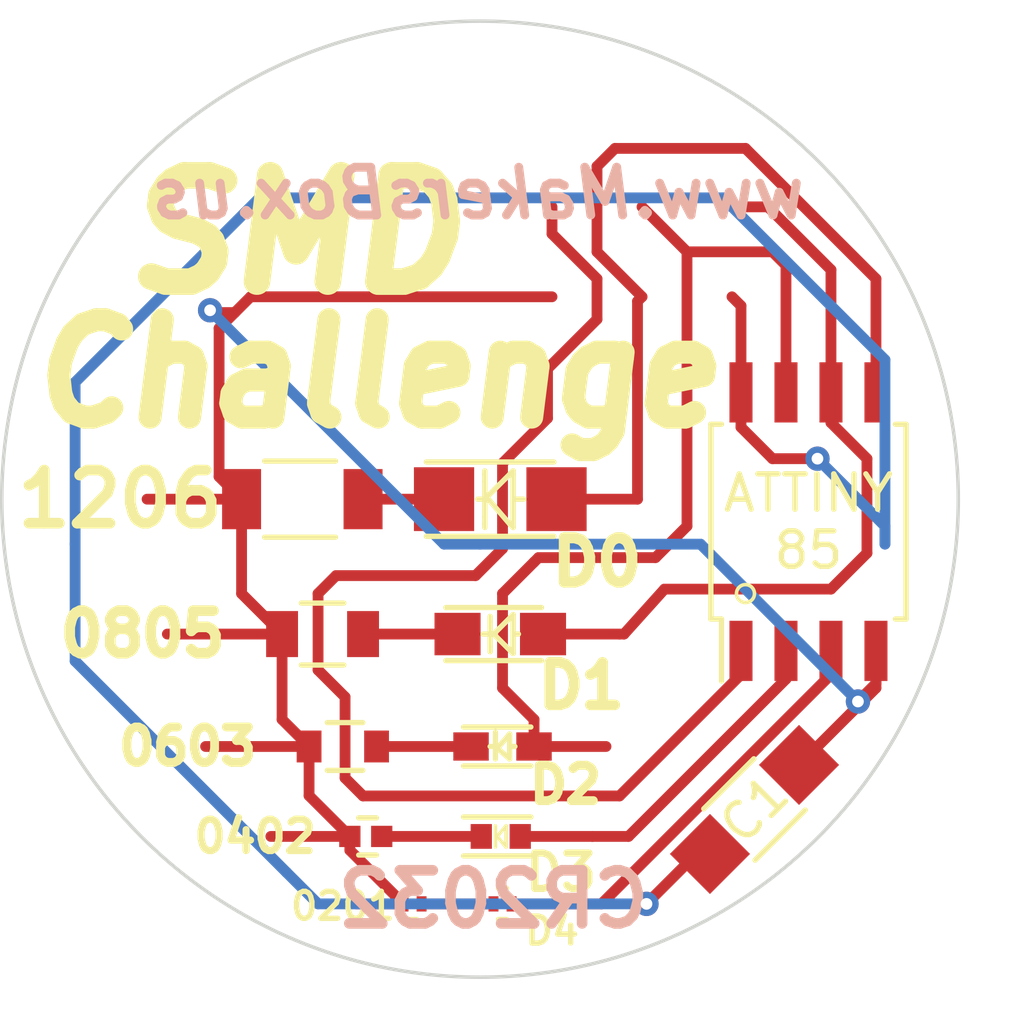
<source format=kicad_pcb>
(kicad_pcb (version 4) (host pcbnew 4.0.4-stable)

  (general
    (links 17)
    (no_connects 0)
    (area 194.094714 77.977999 223.012001 106.807001)
    (thickness 1.6)
    (drawings 17)
    (tracks 115)
    (zones 0)
    (modules 12)
    (nets 14)
  )

  (page USLetter)
  (layers
    (0 F.Cu signal)
    (31 B.Cu signal)
    (34 B.Paste user)
    (35 F.Paste user)
    (36 B.SilkS user hide)
    (37 F.SilkS user)
    (38 B.Mask user)
    (39 F.Mask user)
    (40 Dwgs.User user)
    (44 Edge.Cuts user)
  )

  (setup
    (last_trace_width 0.1524)
    (user_trace_width 0.254)
    (user_trace_width 0.3048)
    (user_trace_width 0.4064)
    (user_trace_width 0.6096)
    (user_trace_width 2.032)
    (trace_clearance 0.1524)
    (zone_clearance 0.508)
    (zone_45_only no)
    (trace_min 0.1524)
    (segment_width 0.254)
    (edge_width 0.1)
    (via_size 0.6858)
    (via_drill 0.3302)
    (via_min_size 0.6858)
    (via_min_drill 0.3302)
    (user_via 1 0.5)
    (uvia_size 0.762)
    (uvia_drill 0.508)
    (uvias_allowed no)
    (uvia_min_size 0.508)
    (uvia_min_drill 0.127)
    (pcb_text_width 0.3)
    (pcb_text_size 1.5 1.5)
    (mod_edge_width 0.15)
    (mod_text_size 1 1)
    (mod_text_width 0.15)
    (pad_size 0.762 1.1)
    (pad_drill 0)
    (pad_to_mask_clearance 0)
    (aux_axis_origin 0 0)
    (grid_origin 210.82 95.25)
    (visible_elements 7FFEFFFF)
    (pcbplotparams
      (layerselection 0x00080_00000000)
      (usegerberextensions true)
      (excludeedgelayer true)
      (linewidth 0.100000)
      (plotframeref false)
      (viasonmask false)
      (mode 1)
      (useauxorigin false)
      (hpglpennumber 1)
      (hpglpenspeed 20)
      (hpglpendiameter 15)
      (hpglpenoverlay 2)
      (psnegative false)
      (psa4output false)
      (plotreference true)
      (plotvalue true)
      (plotinvisibletext false)
      (padsonsilk false)
      (subtractmaskfromsilk false)
      (outputformat 1)
      (mirror false)
      (drillshape 0)
      (scaleselection 1)
      (outputdirectory gerbers/))
  )

  (net 0 "")
  (net 1 GND)
  (net 2 +BATT)
  (net 3 "Net-(CON1-Pad1)")
  (net 4 "Net-(CON1-Pad3)")
  (net 5 "Net-(CON1-Pad4)")
  (net 6 "Net-(CON1-Pad5)")
  (net 7 "Net-(D1-Pad1)")
  (net 8 "Net-(D2-Pad1)")
  (net 9 "Net-(D3-Pad1)")
  (net 10 "Net-(D0-Pad1)")
  (net 11 "Net-(D3-Pad2)")
  (net 12 "Net-(D4-Pad2)")
  (net 13 "Net-(D4-Pad1)")

  (net_class Default "This is the default net class."
    (clearance 0.1524)
    (trace_width 0.1524)
    (via_dia 0.6858)
    (via_drill 0.3302)
    (uvia_dia 0.762)
    (uvia_drill 0.508)
    (add_net +BATT)
    (add_net GND)
    (add_net "Net-(CON1-Pad1)")
    (add_net "Net-(CON1-Pad3)")
    (add_net "Net-(CON1-Pad4)")
    (add_net "Net-(CON1-Pad5)")
    (add_net "Net-(D0-Pad1)")
    (add_net "Net-(D1-Pad1)")
    (add_net "Net-(D2-Pad1)")
    (add_net "Net-(D3-Pad1)")
    (add_net "Net-(D3-Pad2)")
    (add_net "Net-(D4-Pad1)")
    (add_net "Net-(D4-Pad2)")
  )

  (module Capacitors_SMD:C_1206_HandSoldering (layer F.Cu) (tedit 5902BDF4) (tstamp 58D337DE)
    (at 215.392 100.838 225)
    (descr "Capacitor SMD 1206, hand soldering")
    (tags "capacitor 1206")
    (path /553FDF53)
    (attr smd)
    (fp_text reference C1 (at 0 0 225) (layer F.SilkS)
      (effects (font (size 1 1) (thickness 0.15)))
    )
    (fp_text value "0.1 uF" (at 0 2.3 225) (layer F.Fab)
      (effects (font (size 1 1) (thickness 0.15)))
    )
    (fp_line (start -3.3 -1.15) (end 3.3 -1.15) (layer F.CrtYd) (width 0.05))
    (fp_line (start -3.3 1.15) (end 3.3 1.15) (layer F.CrtYd) (width 0.05))
    (fp_line (start -3.3 -1.15) (end -3.3 1.15) (layer F.CrtYd) (width 0.05))
    (fp_line (start 3.3 -1.15) (end 3.3 1.15) (layer F.CrtYd) (width 0.05))
    (fp_line (start 1 -1.025) (end -1 -1.025) (layer F.SilkS) (width 0.15))
    (fp_line (start -1 1.025) (end 1 1.025) (layer F.SilkS) (width 0.15))
    (pad 1 smd rect (at -1.778 0 225) (size 1.6 1.6) (layers F.Cu F.Paste F.Mask)
      (net 1 GND))
    (pad 2 smd rect (at 1.778 0 225) (size 1.6 1.6) (layers F.Cu F.Paste F.Mask)
      (net 2 +BATT))
    (model Capacitors_SMD.3dshapes/C_1206_HandSoldering.wrl
      (at (xyz 0 0 0))
      (scale (xyz 1 1 1))
      (rotate (xyz 0 0 0))
    )
  )

  (module Housings_SOIC:SOIJ-8_5.3x5.3mm_Pitch1.27mm (layer F.Cu) (tedit 5902B706) (tstamp 58DF2780)
    (at 216.916 92.71 90)
    (descr "8-Lead Plastic Small Outline (SM) - Medium, 5.28 mm Body [SOIC] (see Microchip Packaging Specification 00000049BS.pdf)")
    (tags "SOIC 1.27")
    (path /58C478D3)
    (attr smd)
    (fp_text reference IC1 (at -1.27 2.159 90) (layer F.SilkS) hide
      (effects (font (size 1 1) (thickness 0.15)))
    )
    (fp_text value ATTINY85-S (at 0 3.68 90) (layer F.Fab)
      (effects (font (size 1 1) (thickness 0.15)))
    )
    (fp_circle (center -2.032 -1.778) (end -2.286 -1.778) (layer F.SilkS) (width 0.1))
    (fp_line (start -4.75 -2.95) (end -4.75 2.95) (layer F.CrtYd) (width 0.05))
    (fp_line (start 4.75 -2.95) (end 4.75 2.95) (layer F.CrtYd) (width 0.05))
    (fp_line (start -4.75 -2.95) (end 4.75 -2.95) (layer F.CrtYd) (width 0.05))
    (fp_line (start -4.75 2.95) (end 4.75 2.95) (layer F.CrtYd) (width 0.05))
    (fp_line (start -2.75 -2.755) (end -2.75 -2.455) (layer F.SilkS) (width 0.15))
    (fp_line (start 2.75 -2.755) (end 2.75 -2.455) (layer F.SilkS) (width 0.15))
    (fp_line (start 2.75 2.755) (end 2.75 2.455) (layer F.SilkS) (width 0.15))
    (fp_line (start -2.75 2.755) (end -2.75 2.455) (layer F.SilkS) (width 0.15))
    (fp_line (start -2.75 -2.755) (end 2.75 -2.755) (layer F.SilkS) (width 0.15))
    (fp_line (start -2.75 2.755) (end 2.75 2.755) (layer F.SilkS) (width 0.15))
    (fp_line (start -2.75 -2.455) (end -4.5 -2.455) (layer F.SilkS) (width 0.15))
    (pad 1 smd rect (at -3.65 -1.905 90) (size 1.7 0.65) (layers F.Cu F.Paste F.Mask)
      (net 6 "Net-(CON1-Pad5)"))
    (pad 2 smd rect (at -3.65 -0.635 90) (size 1.7 0.65) (layers F.Cu F.Paste F.Mask)
      (net 11 "Net-(D3-Pad2)"))
    (pad 3 smd rect (at -3.65 0.635 90) (size 1.7 0.65) (layers F.Cu F.Paste F.Mask)
      (net 12 "Net-(D4-Pad2)"))
    (pad 4 smd rect (at -3.65 1.905 90) (size 1.7 0.65) (layers F.Cu F.Paste F.Mask)
      (net 1 GND))
    (pad 5 smd rect (at 3.65 1.905 90) (size 1.7 0.65) (layers F.Cu F.Paste F.Mask)
      (net 5 "Net-(CON1-Pad4)"))
    (pad 6 smd rect (at 3.65 0.635 90) (size 1.7 0.65) (layers F.Cu F.Paste F.Mask)
      (net 3 "Net-(CON1-Pad1)"))
    (pad 7 smd rect (at 3.65 -0.635 90) (size 1.7 0.65) (layers F.Cu F.Paste F.Mask)
      (net 4 "Net-(CON1-Pad3)"))
    (pad 8 smd rect (at 3.65 -1.905 90) (size 1.7 0.65) (layers F.Cu F.Paste F.Mask)
      (net 2 +BATT))
    (model Housings_SOIC.3dshapes/SOIJ-8_5.3x5.3mm_Pitch1.27mm.wrl
      (at (xyz 0 0 0))
      (scale (xyz 1 1 1))
      (rotate (xyz 0 0 0))
    )
  )

  (module LEDs:LED-0603 (layer F.Cu) (tedit 5902C13E) (tstamp 58D33EFB)
    (at 208.28 101.6)
    (descr "LED 0603 smd package")
    (tags "LED led 0603 SMD smd SMT smt smdled SMDLED smtled SMTLED")
    (path /58D34030)
    (attr smd)
    (fp_text reference D3 (at 1.651 1.016) (layer F.SilkS)
      (effects (font (size 1 1) (thickness 0.2)))
    )
    (fp_text value LED (at 0 1.5) (layer F.Fab)
      (effects (font (size 1 1) (thickness 0.15)))
    )
    (fp_line (start -0.15 0) (end 0.1 -0.3) (layer F.SilkS) (width 0.1))
    (fp_line (start 0.1 -0.3) (end 0.1 0.3) (layer F.SilkS) (width 0.1))
    (fp_line (start 0.1 0.3) (end -0.15 0) (layer F.SilkS) (width 0.1))
    (fp_line (start -0.2 -0.3) (end -0.2 0.3) (layer F.SilkS) (width 0.1))
    (fp_line (start -1.1 0.55) (end 0.8 0.55) (layer F.SilkS) (width 0.15))
    (fp_line (start -1.1 -0.55) (end 0.8 -0.55) (layer F.SilkS) (width 0.15))
    (fp_line (start 1.4 -0.75) (end 1.4 0.75) (layer F.CrtYd) (width 0.05))
    (fp_line (start 1.4 0.75) (end -1.4 0.75) (layer F.CrtYd) (width 0.05))
    (fp_line (start -1.4 0.75) (end -1.4 -0.75) (layer F.CrtYd) (width 0.05))
    (fp_line (start -1.4 -0.75) (end 1.4 -0.75) (layer F.CrtYd) (width 0.05))
    (pad 2 smd rect (at 0.5 0 180) (size 0.6 0.7) (layers F.Cu F.Paste F.Mask)
      (net 11 "Net-(D3-Pad2)"))
    (pad 1 smd rect (at -0.6 0 180) (size 0.6 0.7) (layers F.Cu F.Paste F.Mask)
      (net 9 "Net-(D3-Pad1)"))
    (model LEDs.3dshapes/LED_0402.wrl
      (at (xyz 0 0 0))
      (scale (xyz 1 1 1))
      (rotate (xyz 0 0 0))
    )
  )

  (module Resistors_SMD:R_0402 (layer F.Cu) (tedit 58DFDC4A) (tstamp 58D349A9)
    (at 204.47 101.6 180)
    (descr "Resistor SMD 0402, reflow soldering, Vishay (see dcrcw.pdf)")
    (tags "resistor 0402")
    (path /58D3406E)
    (attr smd)
    (fp_text reference R3 (at 0 0 180) (layer Dwgs.User) hide
      (effects (font (size 1 1) (thickness 0.15)))
    )
    (fp_text value 330 (at 0 1.8 180) (layer F.Fab)
      (effects (font (size 1 1) (thickness 0.15)))
    )
    (fp_line (start -0.95 -0.65) (end 0.95 -0.65) (layer F.CrtYd) (width 0.05))
    (fp_line (start -0.95 0.65) (end 0.95 0.65) (layer F.CrtYd) (width 0.05))
    (fp_line (start -0.95 -0.65) (end -0.95 0.65) (layer F.CrtYd) (width 0.05))
    (fp_line (start 0.95 -0.65) (end 0.95 0.65) (layer F.CrtYd) (width 0.05))
    (fp_line (start 0.25 -0.525) (end -0.25 -0.525) (layer F.SilkS) (width 0.15))
    (fp_line (start -0.25 0.525) (end 0.25 0.525) (layer F.SilkS) (width 0.15))
    (pad 1 smd rect (at -0.4 0 180) (size 0.6 0.6) (layers F.Cu F.Paste F.Mask)
      (net 9 "Net-(D3-Pad1)"))
    (pad 2 smd rect (at 0.5 0 180) (size 0.6 0.6) (layers F.Cu F.Paste F.Mask)
      (net 1 GND))
    (model Resistors_SMD.3dshapes/R_0402.wrl
      (at (xyz 0 0 0))
      (scale (xyz 1 1 1))
      (rotate (xyz 0 0 0))
    )
  )

  (module LEDs:LED-0603 (layer F.Cu) (tedit 5902C124) (tstamp 58D337F0)
    (at 208.28 99.06)
    (descr "LED 0603 smd package")
    (tags "LED led 0603 SMD smd SMT smt smdled SMDLED smtled SMTLED")
    (path /58D33940)
    (attr smd)
    (fp_text reference D2 (at 1.778 1.0795) (layer F.SilkS)
      (effects (font (size 1 1) (thickness 0.25)))
    )
    (fp_text value LED (at 0 1.5) (layer F.Fab)
      (effects (font (size 1 1) (thickness 0.15)))
    )
    (fp_line (start 0.2 0) (end 0.35 0) (layer F.SilkS) (width 0.15))
    (fp_line (start -0.35 0) (end -0.15 0) (layer F.SilkS) (width 0.15))
    (fp_line (start -0.1 0) (end 0.2 -0.35) (layer F.SilkS) (width 0.15))
    (fp_line (start 0.2 -0.35) (end 0.2 0.35) (layer F.SilkS) (width 0.15))
    (fp_line (start 0.2 0.35) (end -0.2 0) (layer F.SilkS) (width 0.15))
    (fp_line (start -0.2 0) (end -0.15 0) (layer F.SilkS) (width 0.15))
    (fp_line (start -0.2 -0.4) (end -0.2 0.35) (layer F.SilkS) (width 0.15))
    (fp_line (start -1.1 0.55) (end 0.8 0.55) (layer F.SilkS) (width 0.15))
    (fp_line (start -1.1 -0.55) (end 0.8 -0.55) (layer F.SilkS) (width 0.15))
    (fp_line (start 1.4 -0.75) (end 1.4 0.75) (layer F.CrtYd) (width 0.05))
    (fp_line (start 1.4 0.75) (end -1.4 0.75) (layer F.CrtYd) (width 0.05))
    (fp_line (start -1.4 0.75) (end -1.4 -0.75) (layer F.CrtYd) (width 0.05))
    (fp_line (start -1.4 -0.75) (end 1.4 -0.75) (layer F.CrtYd) (width 0.05))
    (pad 2 smd rect (at 0.889 0 180) (size 1 0.79756) (layers F.Cu F.Paste F.Mask)
      (net 4 "Net-(CON1-Pad3)"))
    (pad 1 smd rect (at -0.889 0 180) (size 1 0.79756) (layers F.Cu F.Paste F.Mask)
      (net 8 "Net-(D2-Pad1)"))
    (model LEDs.3dshapes/LED_0603.wrl
      (at (xyz 0 0 0))
      (scale (xyz 1 1 1))
      (rotate (xyz 0 0 0))
    )
  )

  (module LEDs:LED-0805 (layer F.Cu) (tedit 5902C116) (tstamp 58D337EA)
    (at 208.28 95.885)
    (descr "LED 0805 smd package")
    (tags "LED 0805 SMD")
    (path /58D338E3)
    (attr smd)
    (fp_text reference D1 (at 2.2225 1.4605) (layer F.SilkS)
      (effects (font (size 1.2 1.2) (thickness 0.3)))
    )
    (fp_text value LED (at 0 1.75) (layer F.Fab)
      (effects (font (size 1 1) (thickness 0.15)))
    )
    (fp_line (start 0.3 0) (end 0.45 0) (layer F.SilkS) (width 0.15))
    (fp_line (start -0.55 0) (end -0.2 0) (layer F.SilkS) (width 0.15))
    (fp_line (start -0.25 0) (end 0.3 -0.55) (layer F.SilkS) (width 0.15))
    (fp_line (start 0.3 -0.55) (end 0.3 0.55) (layer F.SilkS) (width 0.15))
    (fp_line (start 0.3 0.55) (end -0.25 0) (layer F.SilkS) (width 0.15))
    (fp_line (start -0.35 -0.35) (end -0.35 -0.5) (layer F.SilkS) (width 0.15))
    (fp_line (start -0.35 0.35) (end -0.35 0.5) (layer F.SilkS) (width 0.15))
    (fp_line (start -1.6 0.75) (end 1.1 0.75) (layer F.SilkS) (width 0.15))
    (fp_line (start -1.6 -0.75) (end 1.1 -0.75) (layer F.SilkS) (width 0.15))
    (fp_line (start -0.35 -0.35) (end -0.35 0.35) (layer F.SilkS) (width 0.15))
    (fp_line (start 1.9 -0.95) (end 1.9 0.95) (layer F.CrtYd) (width 0.05))
    (fp_line (start 1.9 0.95) (end -1.9 0.95) (layer F.CrtYd) (width 0.05))
    (fp_line (start -1.9 0.95) (end -1.9 -0.95) (layer F.CrtYd) (width 0.05))
    (fp_line (start -1.9 -0.95) (end 1.9 -0.95) (layer F.CrtYd) (width 0.05))
    (pad 2 smd rect (at 1.143 0 180) (size 1.3 1.19888) (layers F.Cu F.Paste F.Mask)
      (net 3 "Net-(CON1-Pad1)"))
    (pad 1 smd rect (at -1.27 0 180) (size 1.3 1.19888) (layers F.Cu F.Paste F.Mask)
      (net 7 "Net-(D1-Pad1)"))
    (model LEDs.3dshapes/LED-0805.wrl
      (at (xyz 0 0 0))
      (scale (xyz 1 1 1))
      (rotate (xyz 0 0 0))
    )
    (model LEDs.3dshapes/LED_0805.wrl
      (at (xyz 0 0 0))
      (scale (xyz 1 1 1))
      (rotate (xyz 0 0 0))
    )
  )

  (module LEDs:LED-1206 (layer F.Cu) (tedit 5902C0FC) (tstamp 58D337E4)
    (at 208.28 92.075)
    (descr "LED 1206 smd package")
    (tags "LED1206 SMD")
    (path /58C49927)
    (attr smd)
    (fp_text reference D0 (at 2.667 1.778) (layer F.SilkS)
      (effects (font (size 1.25 1.25) (thickness 0.3125)))
    )
    (fp_text value LED (at 0 2) (layer F.Fab)
      (effects (font (size 1 1) (thickness 0.15)))
    )
    (fp_line (start -0.5 0.7) (end -0.5 0.8) (layer F.SilkS) (width 0.15))
    (fp_line (start -0.5 -0.7) (end -0.5 -0.8) (layer F.SilkS) (width 0.15))
    (fp_line (start 0.3 0) (end 0.6 0) (layer F.SilkS) (width 0.15))
    (fp_line (start 0.3 0.8) (end 0.3 -0.7) (layer F.SilkS) (width 0.15))
    (fp_line (start 0.3 -0.7) (end 0.3 -0.8) (layer F.SilkS) (width 0.15))
    (fp_line (start 0.2 0.7) (end 0.3 0.8) (layer F.SilkS) (width 0.15))
    (fp_line (start 0.2 -0.7) (end 0.3 -0.8) (layer F.SilkS) (width 0.15))
    (fp_line (start -0.7 0) (end -0.5 0) (layer F.SilkS) (width 0.15))
    (fp_line (start -0.5 0.5) (end -0.5 0.7) (layer F.SilkS) (width 0.15))
    (fp_line (start -0.5 -0.5) (end -0.5 -0.7) (layer F.SilkS) (width 0.15))
    (fp_line (start -0.4 0) (end 0.2 0.7) (layer F.SilkS) (width 0.15))
    (fp_line (start 0.2 -0.7) (end -0.4 -0.1) (layer F.SilkS) (width 0.15))
    (fp_line (start -2.15 1.05) (end 1.45 1.05) (layer F.SilkS) (width 0.15))
    (fp_line (start -2.15 -1.05) (end 1.45 -1.05) (layer F.SilkS) (width 0.15))
    (fp_line (start -0.5 -0.5) (end -0.5 0.5) (layer F.SilkS) (width 0.15))
    (fp_line (start 2.5 -1.25) (end -2.5 -1.25) (layer F.CrtYd) (width 0.05))
    (fp_line (start -2.5 -1.25) (end -2.5 1.25) (layer F.CrtYd) (width 0.05))
    (fp_line (start -2.5 1.25) (end 2.5 1.25) (layer F.CrtYd) (width 0.05))
    (fp_line (start 2.5 1.25) (end 2.5 -1.25) (layer F.CrtYd) (width 0.05))
    (pad 2 smd rect (at 1.524 0 180) (size 1.7 1.80086) (layers F.Cu F.Paste F.Mask)
      (net 5 "Net-(CON1-Pad4)"))
    (pad 1 smd rect (at -1.651 0 180) (size 1.7 1.80086) (layers F.Cu F.Paste F.Mask)
      (net 10 "Net-(D0-Pad1)"))
    (model LEDs.3dshapes/LED_1206.wrl
      (at (xyz 0 0 0))
      (scale (xyz 1 1 1))
      (rotate (xyz 0 0 0))
    )
  )

  (module Resistors_SMD:R_0603 (layer F.Cu) (tedit 5902A5F6) (tstamp 58D33802)
    (at 203.835 99.06 180)
    (descr "Resistor SMD 0603, reflow soldering, Vishay (see dcrcw.pdf)")
    (tags "resistor 0603")
    (path /58D339BB)
    (attr smd)
    (fp_text reference R2 (at 0 0 180) (layer F.SilkS) hide
      (effects (font (size 1 1) (thickness 0.15)))
    )
    (fp_text value 330 (at 0 1.9 180) (layer F.Fab)
      (effects (font (size 1 1) (thickness 0.15)))
    )
    (fp_line (start -1.3 -0.8) (end 1.3 -0.8) (layer F.CrtYd) (width 0.05))
    (fp_line (start -1.3 0.8) (end 1.3 0.8) (layer F.CrtYd) (width 0.05))
    (fp_line (start -1.3 -0.8) (end -1.3 0.8) (layer F.CrtYd) (width 0.05))
    (fp_line (start 1.3 -0.8) (end 1.3 0.8) (layer F.CrtYd) (width 0.05))
    (fp_line (start 0.5 0.675) (end -0.5 0.675) (layer F.SilkS) (width 0.15))
    (fp_line (start -0.5 -0.675) (end 0.5 -0.675) (layer F.SilkS) (width 0.15))
    (pad 1 smd rect (at -0.889 0 180) (size 0.7 0.9) (layers F.Cu F.Paste F.Mask)
      (net 8 "Net-(D2-Pad1)"))
    (pad 2 smd rect (at 1.016 0 180) (size 0.7 0.9) (layers F.Cu F.Paste F.Mask)
      (net 1 GND))
    (model Resistors_SMD.3dshapes/R_0603.wrl
      (at (xyz 0 0 0))
      (scale (xyz 1 1 1))
      (rotate (xyz 0 0 0))
    )
  )

  (module Resistors_SMD:R_1206 (layer F.Cu) (tedit 5902A5E4) (tstamp 58D337F6)
    (at 202.565 92.075 180)
    (descr "Resistor SMD 1206, reflow soldering, Vishay (see dcrcw.pdf)")
    (tags "resistor 1206")
    (path /56CEB2B5)
    (attr smd)
    (fp_text reference R0 (at 0 0 180) (layer F.SilkS) hide
      (effects (font (size 1.25 1.25) (thickness 0.2)))
    )
    (fp_text value 330 (at 0 2.3 180) (layer F.Fab)
      (effects (font (size 1 1) (thickness 0.15)))
    )
    (fp_line (start -2.2 -1.2) (end 2.2 -1.2) (layer F.CrtYd) (width 0.05))
    (fp_line (start -2.2 1.2) (end 2.2 1.2) (layer F.CrtYd) (width 0.05))
    (fp_line (start -2.2 -1.2) (end -2.2 1.2) (layer F.CrtYd) (width 0.05))
    (fp_line (start 2.2 -1.2) (end 2.2 1.2) (layer F.CrtYd) (width 0.05))
    (fp_line (start 1 1.075) (end -1 1.075) (layer F.SilkS) (width 0.15))
    (fp_line (start -1 -1.075) (end 1 -1.075) (layer F.SilkS) (width 0.15))
    (pad 1 smd rect (at -1.778 0 180) (size 1.1 1.7) (layers F.Cu F.Paste F.Mask)
      (net 10 "Net-(D0-Pad1)"))
    (pad 2 smd rect (at 1.651 0 180) (size 1.1 1.7) (layers F.Cu F.Paste F.Mask)
      (net 1 GND))
    (model Resistors_SMD.3dshapes/R_1206.wrl
      (at (xyz 0 0 0))
      (scale (xyz 1 1 1))
      (rotate (xyz 0 0 0))
    )
  )

  (module Resistors_SMD:R_0805 (layer F.Cu) (tedit 58DFDC5C) (tstamp 58D337FC)
    (at 203.2 95.885 180)
    (descr "Resistor SMD 0805, reflow soldering, Vishay (see dcrcw.pdf)")
    (tags "resistor 0805")
    (path /58D3397B)
    (attr smd)
    (fp_text reference R1 (at 0 0 180) (layer F.SilkS) hide
      (effects (font (size 1 1) (thickness 0.15)))
    )
    (fp_text value 330 (at 0 2.1 180) (layer F.Fab)
      (effects (font (size 1 1) (thickness 0.15)))
    )
    (fp_line (start -1.6 -1) (end 1.6 -1) (layer F.CrtYd) (width 0.05))
    (fp_line (start -1.6 1) (end 1.6 1) (layer F.CrtYd) (width 0.05))
    (fp_line (start -1.6 -1) (end -1.6 1) (layer F.CrtYd) (width 0.05))
    (fp_line (start 1.6 -1) (end 1.6 1) (layer F.CrtYd) (width 0.05))
    (fp_line (start 0.6 0.875) (end -0.6 0.875) (layer F.SilkS) (width 0.15))
    (fp_line (start -0.6 -0.875) (end 0.6 -0.875) (layer F.SilkS) (width 0.15))
    (pad 1 smd rect (at -1.143 0 180) (size 0.9 1.3) (layers F.Cu F.Paste F.Mask)
      (net 7 "Net-(D1-Pad1)"))
    (pad 2 smd rect (at 1.143 0 180) (size 0.9 1.3) (layers F.Cu F.Paste F.Mask)
      (net 1 GND))
    (model Resistors_SMD.3dshapes/R_0805.wrl
      (at (xyz 0 0 0))
      (scale (xyz 1 1 1))
      (rotate (xyz 0 0 0))
    )
  )

  (module Resistors_SMD:R_0201 (layer F.Cu) (tedit 58DFDE07) (tstamp 58DDCC1C)
    (at 205.74 103.505 180)
    (descr "Resistor SMD 0201, reflow soldering, Vishay (see crcw0201e3.pdf)")
    (tags "resistor 0201")
    (path /58DDCB43)
    (attr smd)
    (fp_text reference R4 (at -0.127 0.127 180) (layer F.SilkS) hide
      (effects (font (size 1 1) (thickness 0.15)))
    )
    (fp_text value 330 (at 0 1.7 180) (layer F.Fab)
      (effects (font (size 1 1) (thickness 0.15)))
    )
    (fp_line (start -0.65 -0.55) (end 0.65 -0.55) (layer F.CrtYd) (width 0.05))
    (fp_line (start -0.65 0.55) (end 0.65 0.55) (layer F.CrtYd) (width 0.05))
    (fp_line (start -0.65 -0.55) (end -0.65 0.55) (layer F.CrtYd) (width 0.05))
    (fp_line (start 0.65 -0.55) (end 0.65 0.55) (layer F.CrtYd) (width 0.05))
    (fp_line (start 0.115 -0.44) (end -0.115 -0.44) (layer F.SilkS) (width 0.15))
    (fp_line (start -0.115 0.44) (end 0.115 0.44) (layer F.SilkS) (width 0.15))
    (pad 1 smd rect (at -0.255 0 180) (size 0.28 0.43) (layers F.Cu F.Paste F.Mask)
      (net 13 "Net-(D4-Pad1)"))
    (pad 2 smd rect (at 0.255 0 180) (size 0.28 0.43) (layers F.Cu F.Paste F.Mask)
      (net 1 GND))
    (model Resistors_SMD.3dshapes/R_0201.wrl
      (at (xyz 0 0 0))
      (scale (xyz 1 1 1))
      (rotate (xyz 0 0 0))
    )
  )

  (module Resistors_SMD:R_0201 (layer F.Cu) (tedit 5902C148) (tstamp 58DDCC0A)
    (at 208.28 103.505)
    (descr "Resistor SMD 0201, reflow soldering, Vishay (see crcw0201e3.pdf)")
    (tags "resistor 0201")
    (path /58DDCAFF)
    (attr smd)
    (fp_text reference D4 (at 1.397 0.762) (layer F.SilkS)
      (effects (font (size 0.762 0.762) (thickness 0.15)))
    )
    (fp_text value LED (at 0 1.7) (layer F.Fab)
      (effects (font (size 1 1) (thickness 0.15)))
    )
    (fp_line (start -0.65 -0.55) (end 0.65 -0.55) (layer F.CrtYd) (width 0.05))
    (fp_line (start -0.65 0.55) (end 0.65 0.55) (layer F.CrtYd) (width 0.05))
    (fp_line (start -0.65 -0.55) (end -0.65 0.55) (layer F.CrtYd) (width 0.05))
    (fp_line (start 0.65 -0.55) (end 0.65 0.55) (layer F.CrtYd) (width 0.05))
    (fp_line (start 0.115 -0.44) (end -0.115 -0.44) (layer F.SilkS) (width 0.15))
    (fp_line (start -0.115 0.44) (end 0.115 0.44) (layer F.SilkS) (width 0.15))
    (pad 1 smd rect (at -0.255 0) (size 0.28 0.43) (layers F.Cu F.Paste F.Mask)
      (net 13 "Net-(D4-Pad1)"))
    (pad 2 smd rect (at 0.255 0) (size 0.28 0.43) (layers F.Cu F.Paste F.Mask)
      (net 12 "Net-(D4-Pad2)"))
    (model Resistors_SMD.3dshapes/R_0201.wrl
      (at (xyz 0 0 0))
      (scale (xyz 1 1 1))
      (rotate (xyz 0 0 0))
    )
  )

  (gr_text www.MakersBox.us (at 207.645 83.439) (layer B.SilkS)
    (effects (font (size 1.35 1.35) (thickness 0.25) italic) (justify mirror))
  )
  (gr_line (start 208.026 106.68) (end 208.026 87.376) (angle 90) (layer Dwgs.User) (width 0.254))
  (gr_text 0201 (at 203.7715 103.5685) (layer F.SilkS)
    (effects (font (size 0.762 0.762) (thickness 0.15)))
  )
  (gr_text Challenge (at 204.724 88.519) (layer F.SilkS)
    (effects (font (size 2.75 2.6) (thickness 0.65) italic))
  )
  (gr_text SMD (at 202.438 84.582) (layer F.SilkS)
    (effects (font (size 3 3) (thickness 0.75) italic))
  )
  (gr_text CR2032 (at 208.026 103.378) (layer B.SilkS)
    (effects (font (size 1.5 1.5) (thickness 0.3)) (justify mirror))
  )
  (gr_text 0402 (at 201.295 101.6) (layer F.SilkS)
    (effects (font (size 0.889 0.889) (thickness 0.2)))
  )
  (gr_text 0603 (at 199.39 99.06) (layer F.SilkS)
    (effects (font (size 1 1) (thickness 0.25)))
  )
  (gr_text 0805 (at 198.12 95.885) (layer F.SilkS)
    (effects (font (size 1.2 1.2) (thickness 0.3)))
  )
  (gr_text 1206 (at 197.485 92.075) (layer F.SilkS)
    (effects (font (size 1.5 1.5) (thickness 0.3)))
  )
  (gr_line (start 207.645 92.71) (end 207.645 78.105) (angle 90) (layer Dwgs.User) (width 0.254))
  (gr_line (start 222.885 92.71) (end 207.645 92.71) (angle 90) (layer Dwgs.User) (width 0.254))
  (gr_line (start 207.645 92.71) (end 222.885 92.71) (angle 90) (layer Dwgs.User) (width 0.254))
  (gr_circle (center 207.645 93.345) (end 202.565 85.725) (layer Dwgs.User) (width 0.254))
  (gr_circle (center 207.645 92.075) (end 197.485 83.185) (layer Edge.Cuts) (width 0.1))
  (gr_text "ATTINY\n85" (at 216.916 92.71) (layer F.SilkS)
    (effects (font (size 1 1) (thickness 0.15)))
  )
  (gr_line (start 202.32 86.75) (end 219.82 104.25) (angle 90) (layer Dwgs.User) (width 0.1))

  (segment (start 200.7235 86.8045) (end 200.0885 86.8045) (width 0.3048) (layer F.Cu) (net 1))
  (segment (start 200.025 86.741) (end 206.629 93.345) (width 0.3048) (layer B.Cu) (net 1) (tstamp 5902B345) (status 20))
  (via (at 200.025 86.741) (size 0.6858) (drill 0.3302) (layers F.Cu B.Cu) (net 1))
  (segment (start 200.0885 86.8045) (end 200.025 86.741) (width 0.3048) (layer F.Cu) (net 1) (tstamp 5902B343))
  (segment (start 206.629 93.345) (end 207.645 93.345) (width 0.3048) (layer B.Cu) (net 1) (tstamp 5902B346) (status 30))
  (segment (start 218.821 96.36) (end 218.821 97.282) (width 0.3048) (layer F.Cu) (net 1))
  (segment (start 218.313 97.79) (end 213.868 93.345) (width 0.3048) (layer B.Cu) (net 1) (tstamp 5902B321) (status 20))
  (via (at 218.313 97.79) (size 0.6858) (drill 0.3302) (layers F.Cu B.Cu) (net 1))
  (segment (start 218.821 97.282) (end 218.313 97.79) (width 0.3048) (layer F.Cu) (net 1) (tstamp 5902B31C))
  (segment (start 213.868 93.345) (end 207.645 93.345) (width 0.3048) (layer B.Cu) (net 1) (tstamp 5902B322) (status 30))
  (segment (start 216.425214 99.804786) (end 218.821 97.409) (width 0.3048) (layer F.Cu) (net 1) (tstamp 5902B195))
  (segment (start 218.821 97.409) (end 218.821 96.36) (width 0.3048) (layer F.Cu) (net 1) (tstamp 5902B196))
  (segment (start 203.97 101.6) (end 203.97 101.99) (width 0.3048) (layer F.Cu) (net 1))
  (segment (start 203.97 101.99) (end 205.485 103.505) (width 0.3048) (layer F.Cu) (net 1) (tstamp 5902AE51))
  (segment (start 202.819 99.06) (end 202.819 100.449) (width 0.3048) (layer F.Cu) (net 1))
  (segment (start 202.819 100.449) (end 203.97 101.6) (width 0.3048) (layer F.Cu) (net 1) (tstamp 5902AE4D))
  (segment (start 202.057 95.885) (end 202.057 98.298) (width 0.3048) (layer F.Cu) (net 1))
  (segment (start 202.057 98.298) (end 202.819 99.06) (width 0.3048) (layer F.Cu) (net 1) (tstamp 5902AE48))
  (segment (start 200.914 92.075) (end 200.914 94.742) (width 0.3048) (layer F.Cu) (net 1))
  (segment (start 200.914 94.742) (end 202.057 95.885) (width 0.3048) (layer F.Cu) (net 1) (tstamp 5902AE45))
  (segment (start 209.677 86.36) (end 201.168 86.36) (width 0.3048) (layer F.Cu) (net 1))
  (segment (start 200.279 91.44) (end 200.914 92.075) (width 0.3048) (layer F.Cu) (net 1) (tstamp 5902AE40))
  (segment (start 200.279 87.249) (end 200.279 91.44) (width 0.3048) (layer F.Cu) (net 1) (tstamp 5902AE3F))
  (segment (start 201.168 86.36) (end 200.7235 86.8045) (width 0.3048) (layer F.Cu) (net 1) (tstamp 5902AE3A))
  (segment (start 200.7235 86.8045) (end 200.279 87.249) (width 0.3048) (layer F.Cu) (net 1) (tstamp 5902B341))
  (segment (start 204.1525 103.505) (end 205.485 103.505) (width 0.3048) (layer F.Cu) (net 1) (status 10))
  (segment (start 201.7395 101.6) (end 203.97 101.6) (width 0.3048) (layer F.Cu) (net 1) (status 10))
  (segment (start 199.898 99.06) (end 202.819 99.06) (width 0.3048) (layer F.Cu) (net 1))
  (segment (start 198.8185 95.885) (end 202.057 95.885) (width 0.3048) (layer F.Cu) (net 1) (status 10))
  (segment (start 200.914 92.075) (end 198.247 92.075) (width 0.3048) (layer F.Cu) (net 1))
  (segment (start 202.184 102.616) (end 203.073 103.505) (width 0.3048) (layer B.Cu) (net 2))
  (segment (start 202.184 102.616) (end 196.215 96.647) (width 0.3048) (layer B.Cu) (net 2) (tstamp 5902BEAE))
  (segment (start 196.215 93.345) (end 196.215 96.647) (width 0.3048) (layer B.Cu) (net 2) (tstamp 5902BEAF) (status 10))
  (segment (start 212.344 103.505) (end 213.753764 102.095236) (width 0.3048) (layer F.Cu) (net 2) (tstamp 5902BF0B))
  (via (at 212.344 103.505) (size 0.6858) (drill 0.3302) (layers F.Cu B.Cu) (net 2))
  (segment (start 203.073 103.505) (end 212.344 103.505) (width 0.3048) (layer B.Cu) (net 2) (tstamp 5902BEFE))
  (segment (start 213.753764 102.095236) (end 214.134764 102.095236) (width 0.3048) (layer F.Cu) (net 2) (tstamp 5902BF0C))
  (segment (start 215.011 89.06) (end 215.011 90.043) (width 0.3048) (layer F.Cu) (net 2))
  (segment (start 217.17 90.932) (end 219.075 92.837) (width 0.3048) (layer B.Cu) (net 2) (tstamp 5902B60E) (status 20))
  (via (at 217.17 90.932) (size 0.6858) (drill 0.3302) (layers F.Cu B.Cu) (net 2))
  (segment (start 215.9 90.932) (end 217.17 90.932) (width 0.3048) (layer F.Cu) (net 2) (tstamp 5902B609))
  (segment (start 215.011 90.043) (end 215.9 90.932) (width 0.3048) (layer F.Cu) (net 2) (tstamp 5902B606))
  (segment (start 219.075 92.837) (end 219.075 93.345) (width 0.3048) (layer B.Cu) (net 2) (tstamp 5902B60F) (status 30))
  (segment (start 219.075 93.345) (end 219.075 88.138) (width 0.3048) (layer B.Cu) (net 2) (status 10))
  (segment (start 219.075 88.138) (end 214.503 83.566) (width 0.3048) (layer B.Cu) (net 2) (tstamp 5902B4EE))
  (segment (start 214.503 83.566) (end 201.422 83.566) (width 0.3048) (layer B.Cu) (net 2) (tstamp 5902B4F2))
  (segment (start 201.422 83.566) (end 196.215 88.773) (width 0.3048) (layer B.Cu) (net 2) (tstamp 5902B4F6))
  (segment (start 196.215 88.773) (end 196.215 93.345) (width 0.3048) (layer B.Cu) (net 2) (tstamp 5902B4F8) (status 20))
  (segment (start 213.977786 102.252214) (end 213.850786 102.252214) (width 0.3048) (layer F.Cu) (net 2))
  (segment (start 215.011 89.06) (end 215.011 86.614) (width 0.3048) (layer F.Cu) (net 2))
  (segment (start 215.011 86.614) (end 214.757 86.36) (width 0.3048) (layer F.Cu) (net 2) (tstamp 5902ADF0))
  (segment (start 217.551 89.06) (end 217.551 89.916) (width 0.3048) (layer F.Cu) (net 3))
  (segment (start 212.852 94.615) (end 215.519 94.615) (width 0.3048) (layer F.Cu) (net 3) (tstamp 5902B130))
  (segment (start 212.852 94.615) (end 211.709 95.885) (width 0.3048) (layer F.Cu) (net 3) (tstamp 5902B12D) (status 20))
  (segment (start 217.551 94.615) (end 215.519 94.615) (width 0.3048) (layer F.Cu) (net 3) (tstamp 5902B600))
  (segment (start 218.567 93.599) (end 217.551 94.615) (width 0.3048) (layer F.Cu) (net 3) (tstamp 5902B5FF))
  (segment (start 218.567 90.932) (end 218.567 93.599) (width 0.3048) (layer F.Cu) (net 3) (tstamp 5902B5FD))
  (segment (start 217.551 89.916) (end 218.567 90.932) (width 0.3048) (layer F.Cu) (net 3) (tstamp 5902B5FA))
  (segment (start 211.582 95.885) (end 211.709 95.885) (width 0.3048) (layer F.Cu) (net 3) (status 30))
  (segment (start 217.551 89.06) (end 217.551 85.598) (width 0.3048) (layer F.Cu) (net 3))
  (segment (start 215.773 83.82) (end 214.757 83.82) (width 0.3048) (layer F.Cu) (net 3) (tstamp 5902ADF7))
  (segment (start 217.551 85.598) (end 215.773 83.82) (width 0.3048) (layer F.Cu) (net 3) (tstamp 5902ADF4))
  (segment (start 209.423 95.885) (end 211.582 95.885) (width 0.3048) (layer F.Cu) (net 3) (status 20))
  (segment (start 212.217 83.82) (end 213.487 85.09) (width 0.3048) (layer F.Cu) (net 4))
  (segment (start 213.487 85.09) (end 213.487 92.837) (width 0.3048) (layer F.Cu) (net 4) (tstamp 5902B575))
  (segment (start 208.28 94.742) (end 209.169 93.853) (width 0.3048) (layer F.Cu) (net 4) (tstamp 5902B121))
  (segment (start 208.28 97.409) (end 208.28 94.742) (width 0.3048) (layer F.Cu) (net 4) (tstamp 5902B120))
  (segment (start 209.169 98.298) (end 208.28 97.409) (width 0.3048) (layer F.Cu) (net 4) (tstamp 5902B11D))
  (segment (start 209.169 99.06) (end 209.169 98.298) (width 0.3048) (layer F.Cu) (net 4))
  (segment (start 209.296 93.726) (end 209.169 93.853) (width 0.3048) (layer F.Cu) (net 4) (tstamp 5902B57C))
  (segment (start 212.598 93.726) (end 209.296 93.726) (width 0.3048) (layer F.Cu) (net 4) (tstamp 5902B57A))
  (segment (start 213.487 92.837) (end 212.598 93.726) (width 0.3048) (layer F.Cu) (net 4) (tstamp 5902B577))
  (segment (start 216.281 89.06) (end 216.281 85.471) (width 0.3048) (layer F.Cu) (net 4))
  (segment (start 215.9 85.09) (end 213.487 85.09) (width 0.3048) (layer F.Cu) (net 4) (tstamp 5902ADFF))
  (segment (start 216.281 85.471) (end 215.9 85.09) (width 0.3048) (layer F.Cu) (net 4) (tstamp 5902ADFC))
  (segment (start 209.169 99.06) (end 211.201 99.06) (width 0.3048) (layer F.Cu) (net 4))
  (segment (start 212.09 92.075) (end 212.09 86.487) (width 0.3048) (layer F.Cu) (net 5))
  (segment (start 212.09 86.487) (end 212.217 86.36) (width 0.3048) (layer F.Cu) (net 5) (tstamp 5902B10E))
  (segment (start 218.821 89.06) (end 218.821 85.852) (width 0.3048) (layer F.Cu) (net 5))
  (segment (start 210.947 85.09) (end 212.217 86.36) (width 0.3048) (layer F.Cu) (net 5) (tstamp 5902AE1D))
  (segment (start 210.947 82.677) (end 210.947 85.09) (width 0.3048) (layer F.Cu) (net 5) (tstamp 5902AE18))
  (segment (start 211.455 82.169) (end 210.947 82.677) (width 0.3048) (layer F.Cu) (net 5) (tstamp 5902AE16))
  (segment (start 215.138 82.169) (end 211.455 82.169) (width 0.3048) (layer F.Cu) (net 5) (tstamp 5902AE14))
  (segment (start 218.821 85.852) (end 215.138 82.169) (width 0.3048) (layer F.Cu) (net 5) (tstamp 5902AE0D))
  (segment (start 209.804 92.075) (end 212.09 92.075) (width 0.3048) (layer F.Cu) (net 5))
  (segment (start 215.011 96.36) (end 215.011 97.028) (width 0.3048) (layer F.Cu) (net 6))
  (segment (start 215.011 97.028) (end 211.582 100.457) (width 0.3048) (layer F.Cu) (net 6) (tstamp 5902B142))
  (segment (start 211.582 100.457) (end 204.343 100.457) (width 0.3048) (layer F.Cu) (net 6) (tstamp 5902B144))
  (segment (start 204.343 100.457) (end 203.835 99.949) (width 0.3048) (layer F.Cu) (net 6) (tstamp 5902B14B))
  (segment (start 203.835 99.949) (end 203.835 97.663) (width 0.3048) (layer F.Cu) (net 6) (tstamp 5902B14C))
  (segment (start 203.835 97.663) (end 203.073 96.901) (width 0.3048) (layer F.Cu) (net 6) (tstamp 5902B14F))
  (segment (start 203.073 96.901) (end 203.073 94.742) (width 0.3048) (layer F.Cu) (net 6) (tstamp 5902B151))
  (segment (start 203.073 94.742) (end 203.581 94.234) (width 0.3048) (layer F.Cu) (net 6) (tstamp 5902B154))
  (segment (start 203.581 94.234) (end 207.518 94.234) (width 0.3048) (layer F.Cu) (net 6) (tstamp 5902B159))
  (segment (start 207.518 94.234) (end 208.28 93.472) (width 0.3048) (layer F.Cu) (net 6) (tstamp 5902B15A))
  (segment (start 208.28 93.472) (end 208.28 91.059) (width 0.3048) (layer F.Cu) (net 6) (tstamp 5902B15B))
  (segment (start 208.28 91.059) (end 209.55 89.789) (width 0.3048) (layer F.Cu) (net 6) (tstamp 5902B15E))
  (segment (start 209.55 89.789) (end 209.55 88.392) (width 0.3048) (layer F.Cu) (net 6) (tstamp 5902B160))
  (segment (start 209.55 88.392) (end 210.947 86.995) (width 0.3048) (layer F.Cu) (net 6) (tstamp 5902B162))
  (segment (start 210.947 86.995) (end 210.947 85.852) (width 0.3048) (layer F.Cu) (net 6) (tstamp 5902B164))
  (segment (start 210.947 85.852) (end 209.677 84.582) (width 0.3048) (layer F.Cu) (net 6) (tstamp 5902B165))
  (segment (start 209.677 84.582) (end 209.677 83.82) (width 0.3048) (layer F.Cu) (net 6) (tstamp 5902B166))
  (segment (start 204.343 95.885) (end 207.01 95.885) (width 0.3048) (layer F.Cu) (net 7))
  (segment (start 204.724 99.06) (end 207.391 99.06) (width 0.3048) (layer F.Cu) (net 8))
  (segment (start 204.87 101.6) (end 207.68 101.6) (width 0.3048) (layer F.Cu) (net 9))
  (segment (start 206.629 92.075) (end 204.343 92.075) (width 0.3048) (layer F.Cu) (net 10))
  (segment (start 210.82 101.6) (end 211.836 101.6) (width 0.3048) (layer F.Cu) (net 11) (status 10))
  (segment (start 211.836 101.6) (end 216.281 97.155) (width 0.3048) (layer F.Cu) (net 11) (tstamp 5902B1F2))
  (segment (start 216.281 97.155) (end 216.281 96.36) (width 0.3048) (layer F.Cu) (net 11) (tstamp 5902B1F4))
  (segment (start 208.78 101.6) (end 210.82 101.6) (width 0.3048) (layer F.Cu) (net 11) (status 20))
  (segment (start 210.566 103.505) (end 211.074 103.505) (width 0.3048) (layer F.Cu) (net 12) (status 10))
  (segment (start 211.074 103.505) (end 217.551 97.028) (width 0.3048) (layer F.Cu) (net 12) (tstamp 5902B1EA))
  (segment (start 217.551 97.028) (end 217.551 96.36) (width 0.3048) (layer F.Cu) (net 12) (tstamp 5902B1EE))
  (segment (start 208.535 103.505) (end 210.566 103.505) (width 0.3048) (layer F.Cu) (net 12) (status 20))
  (segment (start 205.995 103.505) (end 208.025 103.505) (width 0.3048) (layer F.Cu) (net 13))

)

</source>
